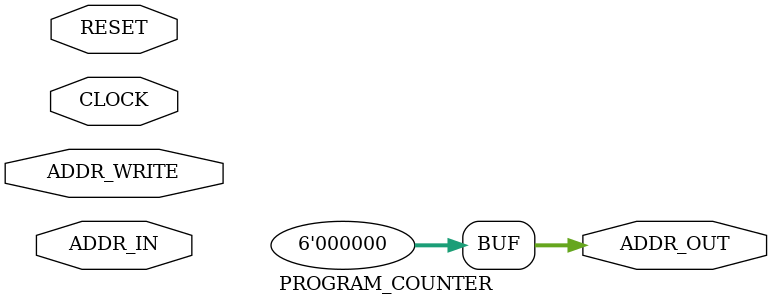
<source format=v>
/* vOJE^
 * RESET      : ñ¯úZbg 0ÅZbg
 * CLOCK      : NbN §¿ãªèÅJEg/[h
 * ADDR_IN    : [h·él
 * ADDR_WRITE : NbN§¿ãªè0ÈçCNgA1Èç[h
 * ADDR_OUT   : AhXoÍ
 */
module PROGRAM_COUNTER (RESET, CLOCK, ADDR_IN, ADDR_WRITE, ADDR_OUT);
	input        RESET;
	input        CLOCK;
	input  [5:0] ADDR_IN;
	input        ADDR_WRITE;
	output [5:0] ADDR_OUT;

	reg    [5:0] ADDR_OUT;

	// ñ¯úZbg
	always @(~RESET) begin
		ADDR_OUT <= 6'b0;
	end

	// JEg
	always @(posedge CLOCK) begin
		if (RESET) begin
			ADDR_OUT <= ADDR_WRITE ? ADDR_IN : (ADDR_OUT + 6'b1);
		end
	end

endmodule

</source>
